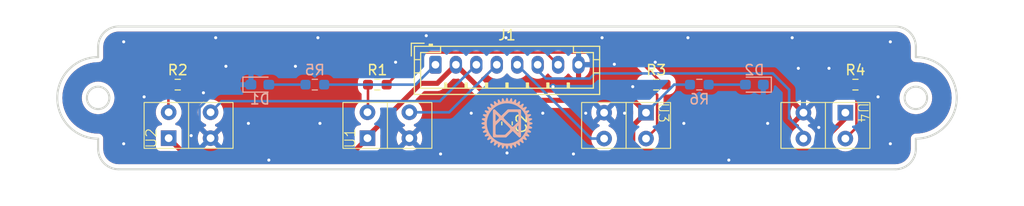
<source format=kicad_pcb>
(kicad_pcb (version 20240108) (generator "pcbnew") (generator_version "8.0")
  (layers (0 "F.Cu" signal) (31 "B.Cu" signal) (34 "B.Paste" user) (35 "F.Paste" user) (36 "B.SilkS" user "B.Silkscreen") (37 "F.SilkS" user "F.Silkscreen") (38 "B.Mask" user) (39 "F.Mask" user) (44 "Edge.Cuts" user))
  (net 0 "")
  (net 1 "GND")
  (net 2 "/PULSE")
  (net 3 "/SENSOR0_ADC")
  (net 4 "/SENSOR1_ADC")
  (net 5 "/SENSOR2_ADC")
  (net 6 "+5V")
  (net 7 "+3.3V")
  (net 8 "/SENSOR3_ADC")
  (net 9 "Net-(U1-cathode)")
  (net 10 "Net-(U2-cathode)")
  (net 11 "Net-(U3-cathode)")
  (net 12 "Net-(U4-cathode)")
  (net 13 "Net-(D1-A)")
  (net 14 "Net-(D2-A)")
  (footprint "Capacitor_SMD:C_0603_1608Metric_Pad1.08x0.95mm_HandSolder" (layer "F.Cu") (at 159.5 92 -90)
    (property "Reference" "C2" (at 0 -1.43 90) (layer "F.SilkS"))
    (property "Value" "0.1u")
    (pad "1" smd roundrect (at -0.8625 0 270) (size 1.075 0.95) (layers "F.Cu" "F.Paste" "F.Mask") (net 6 "+5V"))
    (pad "2" smd roundrect (at 0.8625 0 270) (size 1.075 0.95) (layers "F.Cu" "F.Paste" "F.Mask") (net 1 "GND"))
  )
  (footprint "mylib:LBR-127HLD" (layer "F.Cu") (at 145.85 93.45 90)
    (property "Reference" "U1" (at 0 -1.7 90) (layer "F.SilkS") (effects (font (thickness 0.1))))
    (property "Value" "LBR-127HLD")
    (pad "1" thru_hole rect (at 0 0 90) (size 1.524 1.524) (drill 0.762) (layers "*.Cu" "*.Mask") (net 6 "+5V"))
    (pad "2" thru_hole circle (at 2.54 0 90) (size 1.524 1.524) (drill 0.762) (layers "*.Cu" "*.Mask") (net 9 "Net-(U1-cathode)"))
    (pad "3" thru_hole circle (at 0 4.1 90) (size 1.524 1.524) (drill 0.762) (layers "*.Cu" "*.Mask") (net 1 "GND"))
    (pad "4" thru_hole circle (at 2.54 4.1 90) (size 1.524 1.524) (drill 0.762) (layers "*.Cu" "*.Mask") (net 4 "/SENSOR1_ADC"))
  )
  (footprint "mylib:LBR-127HLD" (layer "F.Cu") (at 126.4 93.45 90)
    (property "Reference" "U2" (at 0 -1.7 90) (layer "F.SilkS") (effects (font (thickness 0.1))))
    (property "Value" "LBR-127HLD")
    (pad "1" thru_hole rect (at 0 0 90) (size 1.524 1.524) (drill 0.762) (layers "*.Cu" "*.Mask") (net 6 "+5V"))
    (pad "2" thru_hole circle (at 2.54 0 90) (size 1.524 1.524) (drill 0.762) (layers "*.Cu" "*.Mask") (net 10 "Net-(U2-cathode)"))
    (pad "3" thru_hole circle (at 0 4.1 90) (size 1.524 1.524) (drill 0.762) (layers "*.Cu" "*.Mask") (net 1 "GND"))
    (pad "4" thru_hole circle (at 2.54 4.1 90) (size 1.524 1.524) (drill 0.762) (layers "*.Cu" "*.Mask") (net 3 "/SENSOR0_ADC"))
  )
  (footprint "Resistor_SMD:R_0603_1608Metric_Pad0.98x0.95mm_HandSolder" (layer "F.Cu") (at 127.2875 88.2)
    (property "Reference" "R2" (at 0 -1.43 0) (layer "F.SilkS"))
    (property "Value" "4.7")
    (pad "1" smd roundrect (at -0.9125 0) (size 0.975 0.95) (layers "F.Cu" "F.Paste" "F.Mask") (net 10 "Net-(U2-cathode)"))
    (pad "2" smd roundrect (at 0.9125 0) (size 0.975 0.95) (layers "F.Cu" "F.Paste" "F.Mask") (net 2 "/PULSE"))
  )
  (footprint "mylib:LBR-127HLD" (layer "F.Cu") (at 173.1 90.95 -90)
    (property "Reference" "U3" (at 0 -1.7 -90) (layer "F.SilkS") (effects (font (thickness 0.1))))
    (property "Value" "LBR-127HLD")
    (pad "1" thru_hole rect (at 0 0 270) (size 1.524 1.524) (drill 0.762) (layers "*.Cu" "*.Mask") (net 6 "+5V"))
    (pad "2" thru_hole circle (at 2.54 0 270) (size 1.524 1.524) (drill 0.762) (layers "*.Cu" "*.Mask") (net 11 "Net-(U3-cathode)"))
    (pad "3" thru_hole circle (at 0 4.1 270) (size 1.524 1.524) (drill 0.762) (layers "*.Cu" "*.Mask") (net 1 "GND"))
    (pad "4" thru_hole circle (at 2.54 4.1 270) (size 1.524 1.524) (drill 0.762) (layers "*.Cu" "*.Mask") (net 5 "/SENSOR2_ADC"))
  )
  (footprint "Resistor_SMD:R_0603_1608Metric_Pad0.98x0.95mm_HandSolder" (layer "F.Cu") (at 174.1 88.2)
    (property "Reference" "R3" (at 0 -1.43 0) (layer "F.SilkS"))
    (property "Value" "4.7")
    (pad "1" smd roundrect (at -0.9125 0) (size 0.975 0.95) (layers "F.Cu" "F.Paste" "F.Mask") (net 11 "Net-(U3-cathode)"))
    (pad "2" smd roundrect (at 0.9125 0) (size 0.975 0.95) (layers "F.Cu" "F.Paste" "F.Mask") (net 2 "/PULSE"))
  )
  (footprint "Resistor_SMD:R_0603_1608Metric_Pad0.98x0.95mm_HandSolder" (layer "F.Cu") (at 146.8125 88.2)
    (property "Reference" "R1" (at 0 -1.43 0) (layer "F.SilkS"))
    (property "Value" "4.7")
    (pad "1" smd roundrect (at -0.9125 0) (size 0.975 0.95) (layers "F.Cu" "F.Paste" "F.Mask") (net 9 "Net-(U1-cathode)"))
    (pad "2" smd roundrect (at 0.9125 0) (size 0.975 0.95) (layers "F.Cu" "F.Paste" "F.Mask") (net 2 "/PULSE"))
  )
  (footprint "Connector_JST:JST_PH_B8B-PH-K_1x08_P2.00mm_Vertical" (layer "F.Cu") (at 152.5 86.25)
    (property "Reference" "J1" (at 7 -2.9 0) (layer "F.SilkS"))
    (property "Value" "PH_8p")
    (pad "1" thru_hole roundrect (at 0 0) (size 1.2 1.75) (drill 0.75) (layers "*.Cu" "*.Mask") (roundrect_rratio 0.208333) (net 7 "+3.3V"))
    (pad "2" thru_hole oval (at 2 0) (size 1.2 1.75) (drill 0.75) (layers "*.Cu" "*.Mask") (net 6 "+5V"))
    (pad "3" thru_hole oval (at 4 0) (size 1.2 1.75) (drill 0.75) (layers "*.Cu" "*.Mask") (net 3 "/SENSOR0_ADC"))
    (pad "4" thru_hole oval (at 6 0) (size 1.2 1.75) (drill 0.75) (layers "*.Cu" "*.Mask") (net 4 "/SENSOR1_ADC"))
    (pad "5" thru_hole oval (at 8 0) (size 1.2 1.75) (drill 0.75) (layers "*.Cu" "*.Mask") (net 5 "/SENSOR2_ADC"))
    (pad "6" thru_hole oval (at 10 0) (size 1.2 1.75) (drill 0.75) (layers "*.Cu" "*.Mask") (net 8 "/SENSOR3_ADC"))
    (pad "7" thru_hole oval (at 12 0) (size 1.2 1.75) (drill 0.75) (layers "*.Cu" "*.Mask") (net 2 "/PULSE"))
    (pad "8" thru_hole oval (at 14 0) (size 1.2 1.75) (drill 0.75) (layers "*.Cu" "*.Mask") (net 1 "GND"))
  )
  (footprint "Resistor_SMD:R_0603_1608Metric_Pad0.98x0.95mm_HandSolder" (layer "F.Cu") (at 193.5875 88.2)
    (property "Reference" "R4" (at 0 -1.43 0) (layer "F.SilkS"))
    (property "Value" "4.7")
    (pad "1" smd roundrect (at -0.9125 0) (size 0.975 0.95) (layers "F.Cu" "F.Paste" "F.Mask") (net 12 "Net-(U4-cathode)"))
    (pad "2" smd roundrect (at 0.9125 0) (size 0.975 0.95) (layers "F.Cu" "F.Paste" "F.Mask") (net 2 "/PULSE"))
  )
  (footprint "mylib:LBR-127HLD" (layer "F.Cu") (at 192.6 90.95 -90)
    (property "Reference" "U4" (at 0 -1.7 -90) (layer "F.SilkS") (effects (font (thickness 0.1))))
    (property "Value" "LBR-127HLD")
    (pad "1" thru_hole rect (at 0 0 270) (size 1.524 1.524) (drill 0.762) (layers "*.Cu" "*.Mask") (net 6 "+5V"))
    (pad "2" thru_hole circle (at 2.54 0 270) (size 1.524 1.524) (drill 0.762) (layers "*.Cu" "*.Mask") (net 12 "Net-(U4-cathode)"))
    (pad "3" thru_hole circle (at 0 4.1 270) (size 1.524 1.524) (drill 0.762) (layers "*.Cu" "*.Mask") (net 1 "GND"))
    (pad "4" thru_hole circle (at 2.54 4.1 270) (size 1.524 1.524) (drill 0.762) (layers "*.Cu" "*.Mask") (net 8 "/SENSOR3_ADC"))
  )
  (footprint "Resistor_SMD:R_0603_1608Metric_Pad0.98x0.95mm_HandSolder" (layer "B.Cu") (at 178.3125 88.2)
    (property "Reference" "R6" (at 0 1.43 360) (layer "B.SilkS") (effects (justify mirror)))
    (property "Value" "R_Small")
    (pad "1" smd roundrect (at -0.9125 0) (size 0.975 0.95) (layers "B.Cu" "B.Paste" "B.Mask") (net 6 "+5V"))
    (pad "2" smd roundrect (at 0.9125 0) (size 0.975 0.95) (layers "B.Cu" "B.Paste" "B.Mask") (net 14 "Net-(D2-A)"))
  )
  (footprint "LED_SMD:LED_0603_1608Metric_Pad1.05x0.95mm_HandSolder" (layer "B.Cu") (at 135.325 88.2)
    (property "Reference" "D1" (at 0 1.43 360) (layer "B.SilkS") (effects (justify mirror)))
    (property "Value" "LED_Small")
    (pad "1" smd roundrect (at -0.875 0) (size 1.05 0.95) (layers "B.Cu" "B.Paste" "B.Mask") (net 1 "GND"))
    (pad "2" smd roundrect (at 0.875 0) (size 1.05 0.95) (layers "B.Cu" "B.Paste" "B.Mask") (net 13 "Net-(D1-A)"))
  )
  (footprint "mylib:SH_5mm" (layer "B.Cu") (at 159.5 92 180)
    (property "Reference" "G***" (hide yes))
    (property "Value" "LOGO" (hide yes))
  )
  (footprint "Resistor_SMD:R_0603_1608Metric_Pad0.98x0.95mm_HandSolder" (layer "B.Cu") (at 140.7 88.2 180)
    (property "Reference" "R5" (at 0 1.43 180) (layer "B.SilkS") (effects (justify mirror)))
    (property "Value" "R_Small")
    (pad "1" smd roundrect (at -0.9125 0 180) (size 0.975 0.95) (layers "B.Cu" "B.Paste" "B.Mask") (net 7 "+3.3V"))
    (pad "2" smd roundrect (at 0.9125 0 180) (size 0.975 0.95) (layers "B.Cu" "B.Paste" "B.Mask") (net 13 "Net-(D1-A)"))
  )
  (footprint "LED_SMD:LED_0603_1608Metric_Pad1.05x0.95mm_HandSolder" (layer "B.Cu") (at 183.7 88.2 180)
    (property "Reference" "D2" (at 0 1.43 180) (layer "B.SilkS") (effects (justify mirror)))
    (property "Value" "LED_Small")
    (pad "1" smd roundrect (at -0.875 0 180) (size 1.05 0.95) (layers "B.Cu" "B.Paste" "B.Mask") (net 1 "GND"))
    (pad "2" smd roundrect (at 0.875 0 180) (size 1.05 0.95) (layers "B.Cu" "B.Paste" "B.Mask") (net 14 "Net-(D2-A)"))
  )
  (gr_line (start 199.500001 94.5) (end 199.500001 93.499999) (stroke (width 0.2)) (layer "Edge.Cuts"))
  (gr_line (start 199.500001 85.500001) (end 199.500001 84.5) (stroke (width 0.2)) (layer "Edge.Cuts"))
  (gr_arc (start 199.500001 85.500001) (mid 203.5 89.5) (end 199.500001 93.499999) (stroke (width 0.2)) (layer "Edge.Cuts"))
  (gr_arc (start 121.5 96.5) (mid 120.085787 95.914214) (end 119.500001 94.500002) (stroke (width 0.2)) (layer "Edge.Cuts"))
  (gr_line (start 119.500001 93.499999) (end 119.500001 94.500002) (stroke (width 0.2)) (layer "Edge.Cuts"))
  (gr_arc (start 119.500001 84.499999) (mid 120.085787 83.085786) (end 121.499999 82.5) (stroke (width 0.2)) (layer "Edge.Cuts"))
  (gr_circle (center 119.500001 89.5) (end 120.600001 89.5) (stroke (width 0.2)) (fill none) (layer "Edge.Cuts"))
  (gr_arc (start 197.500001 82.5) (mid 198.914215 83.085786) (end 199.500001 84.5) (stroke (width 0.2)) (layer "Edge.Cuts"))
  (gr_line (start 197.500001 82.5) (end 121.499999 82.5) (stroke (width 0.2)) (layer "Edge.Cuts"))
  (gr_arc (start 119.500001 93.499999) (mid 115.500001 89.5) (end 119.500001 85.500001) (stroke (width 0.2)) (layer "Edge.Cuts"))
  (gr_circle (center 199.500001 89.5) (end 200.600001 89.5) (stroke (width 0.2)) (fill none) (layer "Edge.Cuts"))
  (gr_arc (start 199.500001 94.5) (mid 198.914215 95.914214) (end 197.500001 96.5) (stroke (width 0.2)) (layer "Edge.Cuts"))
  (gr_line (start 121.5 96.5) (end 197.500001 96.5) (stroke (width 0.2)) (layer "Edge.Cuts"))
  (gr_line (start 119.500001 84.499999) (end 119.500001 85.500001) (stroke (width 0.2)) (layer "Edge.Cuts"))
  (segment (start 159.5 92.8625) (end 159.5 94.9) (width 0.25) (layer "F.Cu") (net 1))
  (via (at 151.6 83.4) (size 0.6) (drill 0.3) (layers "F.Cu" "B.Cu") (net 1))
  (via (at 134.2 92) (size 0.6) (drill 0.3) (layers "F.Cu" "B.Cu") (net 1))
  (via (at 197 94) (size 0.6) (drill 0.3) (layers "F.Cu" "B.Cu") (net 1))
  (via (at 122 94) (size 0.6) (drill 0.3) (layers "F.Cu" "B.Cu") (net 1))
  (via (at 141 83.6) (size 0.6) (drill 0.3) (layers "F.Cu" "B.Cu") (net 1))
  (via (at 156 91) (size 0.6) (drill 0.3) (layers "F.Cu" "B.Cu") (net 1))
  (via (at 128.6 93.2) (size 0.6) (drill 0.3) (layers "F.Cu" "B.Cu") (net 1))
  (via (at 164 88.4) (size 0.6) (drill 0.3) (layers "F.Cu" "B.Cu") (net 1))
  (via (at 171.8 88.4) (size 0.6) (drill 0.3) (layers "F.Cu" "B.Cu") (net 1))
  (via (at 185 92) (size 0.6) (drill 0.3) (layers "F.Cu" "B.Cu") (net 1))
  (via (at 187.4 83.6) (size 0.6) (drill 0.3) (layers "F.Cu" "B.Cu") (net 1))
  (via (at 141.2 92) (size 0.6) (drill 0.3) (layers "F.Cu" "B.Cu") (net 1))
  (via (at 131 83.6) (size 0.6) (drill 0.3) (layers "F.Cu" "B.Cu") (net 1))
  (via (at 159.4 83.6) (size 0.6) (drill 0.3) (layers "F.Cu" "B.Cu") (net 1))
  (via (at 177.2 83.6) (size 0.6) (drill 0.3) (layers "F.Cu" "B.Cu") (net 1))
  (via (at 168.8 83.6) (size 0.6) (drill 0.3) (layers "F.Cu" "B.Cu") (net 1))
  (via (at 124 89.4) (size 0.6) (drill 0.3) (layers "F.Cu" "B.Cu") (net 1))
  (via (at 174 86) (size 0.6) (drill 0.3) (layers "F.Cu" "B.Cu") (net 1))
  (via (at 170 86.2) (size 0.6) (drill 0.3) (layers "F.Cu" "B.Cu") (net 1))
  (via (at 181.2 95.6) (size 0.6) (drill 0.3) (layers "F.Cu" "B.Cu") (net 1))
  (via (at 148.6 86) (size 0.6) (drill 0.3) (layers "F.Cu" "B.Cu") (net 1))
  (via (at 171 91) (size 0.6) (drill 0.3) (layers "F.Cu" "B.Cu") (net 1))
  (via (at 191 86.6) (size 0.6) (drill 0.3) (layers "F.Cu" "B.Cu") (net 1))
  (via (at 195.8 89.4) (size 0.6) (drill 0.3) (layers "F.Cu" "B.Cu") (net 1))
  (via (at 153 95) (size 0.6) (drill 0.3) (layers "F.Cu" "B.Cu") (net 1))
  (via (at 176.8 92) (size 0.6) (drill 0.3) (layers "F.Cu" "B.Cu") (net 1))
  (via (at 136.2 95.6) (size 0.6) (drill 0.3) (layers "F.Cu" "B.Cu") (net 1))
  (via (at 129.8 89) (size 0.6) (drill 0.3) (layers "F.Cu" "B.Cu") (net 1))
  (via (at 166 95) (size 0.6) (drill 0.3) (layers "F.Cu" "B.Cu") (net 1))
  (via (at 163 91) (size 0.6) (drill 0.3) (layers "F.Cu" "B.Cu") (net 1))
  (via (at 167.2 91) (size 0.6) (drill 0.3) (layers "F.Cu" "B.Cu") (net 1))
  (via (at 138.8 86.4) (size 0.6) (drill 0.3) (layers "F.Cu" "B.Cu") (net 1))
  (via (at 197 84) (size 0.6) (drill 0.3) (layers "F.Cu" "B.Cu") (net 1))
  (via (at 188 86.6) (size 0.6) (drill 0.3) (layers "F.Cu" "B.Cu") (net 1))
  (via (at 132 86.4) (size 0.6) (drill 0.3) (layers "F.Cu" "B.Cu") (net 1))
  (via (at 122 84) (size 0.6) (drill 0.3) (layers "F.Cu" "B.Cu") (net 1))
  (via (at 159.5 94.9) (size 0.6) (drill 0.3) (layers "F.Cu" "B.Cu") (net 1))
  (via (at 190 92.4) (size 0.6) (drill 0.3) (layers "F.Cu" "B.Cu") (net 1))
  (segment (start 186.65 86.25) (end 188.5 88.1) (width 0.5) (layer "B.Cu") (net 1))
  (segment (start 129.413 90.459749) (end 129.413 92.363) (width 0.25) (layer "B.Cu") (net 1))
  (segment (start 189.712 92.162) (end 190 92.4) (width 0.5) (layer "B.Cu") (net 1))
  (segment (start 184.575 92.425) (end 184.575 94.875) (width 0.25) (layer "B.Cu") (net 1))
  (segment (start 188.5 90.95) (end 189.712 92.162) (width 0.5) (layer "B.Cu") (net 1))
  (segment (start 153 95) (end 152.9 94.9) (width 0.5) (layer "B.Cu") (net 1))
  (segment (start 151.4 94.9) (end 149.95 93.45) (width 0.5) (layer "B.Cu") (net 1))
  (segment (start 185 92) (end 184.575 92.425) (width 0.25) (layer "B.Cu") (net 1))
  (segment (start 174.25 86.25) (end 186.65 86.25) (width 0.5) (layer "B.Cu") (net 1))
  (segment (start 131.672749 88.2) (end 129.413 90.459749) (width 0.25) (layer "B.Cu") (net 1))
  (segment (start 129.413 92.363) (end 130.5 93.45) (width 0.25) (layer "B.Cu") (net 1))
  (segment (start 166 95) (end 165.9 94.9) (width 0.5) (layer "B.Cu") (net 1))
  (segment (start 172.795973 94.9) (end 166.1 94.9) (width 0.5) (layer "B.Cu") (net 1))
  (segment (start 184.575 91.575) (end 185 92) (width 0.25) (layer "B.Cu") (net 1))
  (segment (start 184.575 94.875) (end 184.6 94.9) (width 0.25) (layer "B.Cu") (net 1))
  (segment (start 172.795973 94.9) (end 169 91.104027) (width 0.5) (layer "B.Cu") (net 1))
  (segment (start 188.5 88.1) (end 188.5 90.95) (width 0.5) (layer "B.Cu") (net 1))
  (segment (start 166.1 94.9) (end 166 95) (width 0.5) (layer "B.Cu") (net 1))
  (segment (start 190 92.4) (end 189.712 94.188) (width 0.5) (layer "B.Cu") (net 1))
  (segment (start 184.6 94.9) (end 172.795973 94.9) (width 0.5) (layer "B.Cu") (net 1))
  (segment (start 151.4 94.9) (end 131.95 94.9) (width 0.5) (layer "B.Cu") (net 1))
  (segment (start 169.95 86.25) (end 170 86.2) (width 0.5) (layer "B.Cu") (net 1))
  (segment (start 159.5 94.9) (end 153.1 94.9) (width 0.5) (layer "B.Cu") (net 1))
  (segment (start 166.5 86.25) (end 169.95 86.25) (width 0.5) (layer "B.Cu") (net 1))
  (segment (start 173.75 86.25) (end 174 86) (width 0.5) (layer "B.Cu") (net 1))
  (segment (start 153.1 94.9) (end 153 95) (width 0.5) (layer "B.Cu") (net 1))
  (segment (start 134.45 88.2) (end 131.672749 88.2) (width 0.25) (layer "B.Cu") (net 1))
  (segment (start 174 86) (end 174.25 86.25) (width 0.5) (layer "B.Cu") (net 1))
  (segment (start 131.95 94.9) (end 130.5 93.45) (width 0.5) (layer "B.Cu") (net 1))
  (segment (start 189 94.9) (end 184.6 94.9) (width 0.5) (layer "B.Cu") (net 1))
  (segment (start 189.712 94.188) (end 189 94.9) (width 0.5) (layer "B.Cu") (net 1))
  (segment (start 169 91.104027) (end 169 90.95) (width 0.5) (layer "B.Cu") (net 1))
  (segment (start 184.575 88.2) (end 184.575 91.575) (width 0.25) (layer "B.Cu") (net 1))
  (segment (start 170 86.2) (end 170.05 86.25) (width 0.5) (layer "B.Cu") (net 1))
  (segment (start 170.05 86.25) (end 173.75 86.25) (width 0.5) (layer "B.Cu") (net 1))
  (segment (start 165.9 94.9) (end 159.5 94.9) (width 0.5) (layer "B.Cu") (net 1))
  (segment (start 152.9 94.9) (end 151.4 94.9) (width 0.5) (layer "B.Cu") (net 1))
  (segment (start 164.5 86.25) (end 163.3 85.05) (width 0.25) (layer "F.Cu") (net 2))
  (segment (start 150.875 85.05) (end 147.725 88.2) (width 0.25) (layer "F.Cu") (net 2))
  (segment (start 163.3 85.05) (end 150.875 85.05) (width 0.25) (layer "F.Cu") (net 2))
  (segment (start 150.875 85.05) (end 131.35 85.05) (width 0.25) (layer "F.Cu") (net 2))
  (segment (start 171.6625 85.05) (end 171.70625 85.09375) (width 0.25) (layer "F.Cu") (net 2))
  (segment (start 191.39375 85.09375) (end 194.5 88.2) (width 0.25) (layer "F.Cu") (net 2))
  (segment (start 171.70625 85.09375) (end 191.39375 85.09375) (width 0.25) (layer "F.Cu") (net 2))
  (segment (start 171.6625 85.05) (end 174.8125 88.2) (width 0.25) (layer "F.Cu") (net 2))
  (segment (start 163.3 85.05) (end 171.6625 85.05) (width 0.25) (layer "F.Cu") (net 2))
  (segment (start 174.8125 88.2) (end 175.0125 88.2) (width 0.25) (layer "F.Cu") (net 2))
  (segment (start 131.35 85.05) (end 128.2 88.2) (width 0.25) (layer "F.Cu") (net 2))
  (segment (start 131.587 89.823) (end 152.927 89.823) (width 0.25) (layer "B.Cu") (net 3))
  (segment (start 152.927 89.823) (end 156.5 86.25) (width 0.25) (layer "B.Cu") (net 3))
  (segment (start 130.5 90.91) (end 131.587 89.823) (width 0.25) (layer "B.Cu") (net 3))
  (segment (start 149.95 90.91) (end 153.84 90.91) (width 0.25) (layer "B.Cu") (net 4))
  (segment (start 153.84 90.91) (end 158.5 86.25) (width 0.25) (layer "B.Cu") (net 4))
  (segment (start 169 93.49) (end 167.74 93.49) (width 0.25) (layer "B.Cu") (net 5))
  (segment (start 167.74 93.49) (end 160.5 86.25) (width 0.25) (layer "B.Cu") (net 5))
  (segment (start 159.3875 91.1375) (end 159.5 91.1375) (width 0.5) (layer "F.Cu") (net 6))
  (segment (start 189.398 94.702) (end 192.6 91.5) (width 0.5) (layer "F.Cu") (net 6))
  (segment (start 151.071946 88.074027) (end 145.85 93.295973) (width 0.5) (layer "F.Cu") (net 6))
  (segment (start 171.888 89.738) (end 173.1 90.95) (width 0.5) (layer "F.Cu") (net 6))
  (segment (start 152.675973 88.074027) (end 151.071946 88.074027) (width 0.5) (layer "F.Cu") (net 6))
  (segment (start 172.597973 94.702) (end 189.398 94.702) (width 0.5) (layer "F.Cu") (net 6))
  (segment (start 171.8 92.25) (end 171.8 93.904027) (width 0.5) (layer "F.Cu") (net 6))
  (segment (start 127.612 94.662) (end 126.4 93.45) (width 0.5) (layer "F.Cu") (net 6))
  (segment (start 173.1 90.95) (end 171.8 92.25) (width 0.5) (layer "F.Cu") (net 6))
  (segment (start 145.85 93.45) (end 144.638 94.662) (width 0.5) (layer "F.Cu") (net 6))
  (segment (start 154.5 86.25) (end 152.675973 88.074027) (width 0.5) (layer "F.Cu") (net 6))
  (segment (start 192.6 91.5) (end 192.6 90.95) (width 0.5) (layer "F.Cu") (net 6))
  (segment (start 145.85 93.295973) (end 145.85 93.45) (width 0.5) (layer "F.Cu") (net 6))
  (segment (start 159.5 91.1375) (end 160.8995 89.738) (width 0.5) (layer "F.Cu") (net 6))
  (segment (start 160.8995 89.738) (end 171.888 89.738) (width 0.5) (layer "F.Cu") (net 6))
  (segment (start 144.638 94.662) (end 127.612 94.662) (width 0.5) (layer "F.Cu") (net 6))
  (segment (start 171.8 93.904027) (end 172.597973 94.702) (width 0.5) (layer "F.Cu") (net 6))
  (segment (start 154.5 86.25) (end 159.3875 91.1375) (width 0.5) (layer "F.Cu") (net 6))
  (segment (start 177.4 88.2) (end 175.85 88.2) (width 0.25) (layer "B.Cu") (net 6))
  (segment (start 175.85 88.2) (end 173.1 90.95) (width 0.25) (layer "B.Cu") (net 6))
  (segment (start 150.55 88.2) (end 141.6125 88.2) (width 0.25) (layer "B.Cu") (net 7))
  (segment (start 152.5 86.25) (end 150.55 88.2) (width 0.25) (layer "B.Cu") (net 7))
  (segment (start 187.1 91.5) (end 187.1 88.7) (width 0.25) (layer "B.Cu") (net 8))
  (segment (start 162.5 86.8) (end 162.5 86.25) (width 0.25) (layer "B.Cu") (net 8))
  (segment (start 185.5 87.1) (end 168.1 87.1) (width 0.25) (layer "B.Cu") (net 8))
  (segment (start 188.5 92.9) (end 187.1 91.5) (width 0.25) (layer "B.Cu") (net 8))
  (segment (start 188.5 93.49) (end 188.5 92.9) (width 0.25) (layer "B.Cu") (net 8))
  (segment (start 187.1 88.7) (end 185.5 87.1) (width 0.25) (layer "B.Cu") (net 8))
  (segment (start 163.3 87.6) (end 162.5 86.8) (width 0.25) (layer "B.Cu") (net 8))
  (segment (start 167.6 87.6) (end 163.3 87.6) (width 0.25) (layer "B.Cu") (net 8))
  (segment (start 168.1 87.1) (end 167.6 87.6) (width 0.25) (layer "B.Cu") (net 8))
  (segment (start 145.9 88.2) (end 145.9 90.86) (width 0.25) (layer "F.Cu") (net 9))
  (segment (start 145.9 90.86) (end 145.85 90.91) (width 0.25) (layer "F.Cu") (net 9))
  (segment (start 126.375 88.2) (end 126.375 90.885) (width 0.25) (layer "F.Cu") (net 10))
  (segment (start 126.375 90.885) (end 126.4 90.91) (width 0.25) (layer "F.Cu") (net 10))
  (segment (start 174.187 92.403) (end 173.1 93.49) (width 0.25) (layer "F.Cu") (net 11))
  (segment (start 173.1875 88.2) (end 174.187 89.1995) (width 0.25) (layer "F.Cu") (net 11))
  (segment (start 174.187 89.1995) (end 174.187 92.403) (width 0.25) (layer "F.Cu") (net 11))
  (segment (start 193.687 92.403) (end 192.6 93.49) (width 0.25) (layer "F.Cu") (net 12))
  (segment (start 193.687 89.212) (end 193.687 92.403) (width 0.25) (layer "F.Cu") (net 12))
  (segment (start 192.675 88.2) (end 193.687 89.212) (width 0.25) (layer "F.Cu") (net 12))
  (segment (start 139.7875 88.2) (end 136.2 88.2) (width 0.25) (layer "B.Cu") (net 13))
  (segment (start 179.225 88.2) (end 182.825 88.2) (width 0.25) (layer "B.Cu") (net 14))
  (zone (net 1) (net_name "GND") (layers "F&B.Cu") (connect_pads (clearance 0.5)) (min_thickness 0.25) (fill yes (thermal_gap 0.5) (thermal_bridge_width 0.5))
    (polygon (pts (xy 210.1 80) (xy 109.9 79.9) (xy 110.1 100) (xy 210.1 100.1)))
  )
)
</source>
